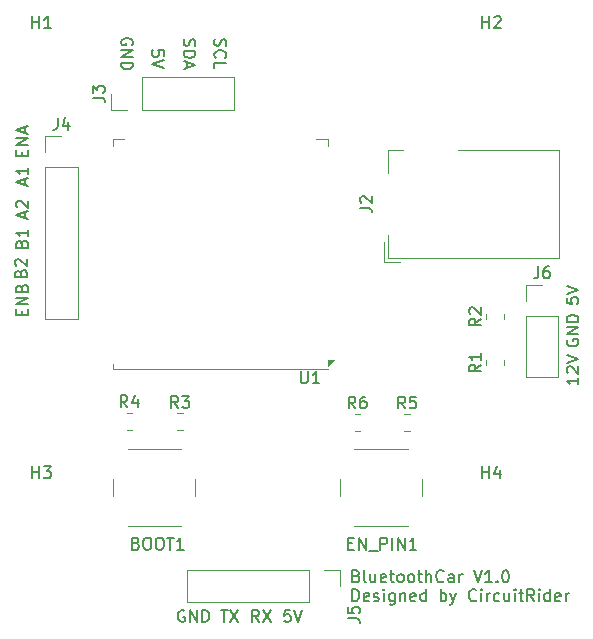
<source format=gto>
%TF.GenerationSoftware,KiCad,Pcbnew,9.0.6*%
%TF.CreationDate,2026-01-28T21:09:14+07:00*%
%TF.ProjectId,BluetoothCar,426c7565-746f-46f7-9468-4361722e6b69,rev?*%
%TF.SameCoordinates,Original*%
%TF.FileFunction,Legend,Top*%
%TF.FilePolarity,Positive*%
%FSLAX46Y46*%
G04 Gerber Fmt 4.6, Leading zero omitted, Abs format (unit mm)*
G04 Created by KiCad (PCBNEW 9.0.6) date 2026-01-28 21:09:14*
%MOMM*%
%LPD*%
G01*
G04 APERTURE LIST*
%ADD10C,0.150000*%
%ADD11C,0.120000*%
G04 APERTURE END LIST*
D10*
X136469819Y-140939411D02*
X136469819Y-141510839D01*
X136469819Y-141225125D02*
X135469819Y-141225125D01*
X135469819Y-141225125D02*
X135612676Y-141320363D01*
X135612676Y-141320363D02*
X135707914Y-141415601D01*
X135707914Y-141415601D02*
X135755533Y-141510839D01*
X135565057Y-140558458D02*
X135517438Y-140510839D01*
X135517438Y-140510839D02*
X135469819Y-140415601D01*
X135469819Y-140415601D02*
X135469819Y-140177506D01*
X135469819Y-140177506D02*
X135517438Y-140082268D01*
X135517438Y-140082268D02*
X135565057Y-140034649D01*
X135565057Y-140034649D02*
X135660295Y-139987030D01*
X135660295Y-139987030D02*
X135755533Y-139987030D01*
X135755533Y-139987030D02*
X135898390Y-140034649D01*
X135898390Y-140034649D02*
X136469819Y-140606077D01*
X136469819Y-140606077D02*
X136469819Y-139987030D01*
X135469819Y-139701315D02*
X136469819Y-139367982D01*
X136469819Y-139367982D02*
X135469819Y-139034649D01*
X103110588Y-160667438D02*
X103015350Y-160619819D01*
X103015350Y-160619819D02*
X102872493Y-160619819D01*
X102872493Y-160619819D02*
X102729636Y-160667438D01*
X102729636Y-160667438D02*
X102634398Y-160762676D01*
X102634398Y-160762676D02*
X102586779Y-160857914D01*
X102586779Y-160857914D02*
X102539160Y-161048390D01*
X102539160Y-161048390D02*
X102539160Y-161191247D01*
X102539160Y-161191247D02*
X102586779Y-161381723D01*
X102586779Y-161381723D02*
X102634398Y-161476961D01*
X102634398Y-161476961D02*
X102729636Y-161572200D01*
X102729636Y-161572200D02*
X102872493Y-161619819D01*
X102872493Y-161619819D02*
X102967731Y-161619819D01*
X102967731Y-161619819D02*
X103110588Y-161572200D01*
X103110588Y-161572200D02*
X103158207Y-161524580D01*
X103158207Y-161524580D02*
X103158207Y-161191247D01*
X103158207Y-161191247D02*
X102967731Y-161191247D01*
X103586779Y-161619819D02*
X103586779Y-160619819D01*
X103586779Y-160619819D02*
X104158207Y-161619819D01*
X104158207Y-161619819D02*
X104158207Y-160619819D01*
X104634398Y-161619819D02*
X104634398Y-160619819D01*
X104634398Y-160619819D02*
X104872493Y-160619819D01*
X104872493Y-160619819D02*
X105015350Y-160667438D01*
X105015350Y-160667438D02*
X105110588Y-160762676D01*
X105110588Y-160762676D02*
X105158207Y-160857914D01*
X105158207Y-160857914D02*
X105205826Y-161048390D01*
X105205826Y-161048390D02*
X105205826Y-161191247D01*
X105205826Y-161191247D02*
X105158207Y-161381723D01*
X105158207Y-161381723D02*
X105110588Y-161476961D01*
X105110588Y-161476961D02*
X105015350Y-161572200D01*
X105015350Y-161572200D02*
X104872493Y-161619819D01*
X104872493Y-161619819D02*
X104634398Y-161619819D01*
X135517438Y-137739411D02*
X135469819Y-137834649D01*
X135469819Y-137834649D02*
X135469819Y-137977506D01*
X135469819Y-137977506D02*
X135517438Y-138120363D01*
X135517438Y-138120363D02*
X135612676Y-138215601D01*
X135612676Y-138215601D02*
X135707914Y-138263220D01*
X135707914Y-138263220D02*
X135898390Y-138310839D01*
X135898390Y-138310839D02*
X136041247Y-138310839D01*
X136041247Y-138310839D02*
X136231723Y-138263220D01*
X136231723Y-138263220D02*
X136326961Y-138215601D01*
X136326961Y-138215601D02*
X136422200Y-138120363D01*
X136422200Y-138120363D02*
X136469819Y-137977506D01*
X136469819Y-137977506D02*
X136469819Y-137882268D01*
X136469819Y-137882268D02*
X136422200Y-137739411D01*
X136422200Y-137739411D02*
X136374580Y-137691792D01*
X136374580Y-137691792D02*
X136041247Y-137691792D01*
X136041247Y-137691792D02*
X136041247Y-137882268D01*
X136469819Y-137263220D02*
X135469819Y-137263220D01*
X135469819Y-137263220D02*
X136469819Y-136691792D01*
X136469819Y-136691792D02*
X135469819Y-136691792D01*
X136469819Y-136215601D02*
X135469819Y-136215601D01*
X135469819Y-136215601D02*
X135469819Y-135977506D01*
X135469819Y-135977506D02*
X135517438Y-135834649D01*
X135517438Y-135834649D02*
X135612676Y-135739411D01*
X135612676Y-135739411D02*
X135707914Y-135691792D01*
X135707914Y-135691792D02*
X135898390Y-135644173D01*
X135898390Y-135644173D02*
X136041247Y-135644173D01*
X136041247Y-135644173D02*
X136231723Y-135691792D01*
X136231723Y-135691792D02*
X136326961Y-135739411D01*
X136326961Y-135739411D02*
X136422200Y-135834649D01*
X136422200Y-135834649D02*
X136469819Y-135977506D01*
X136469819Y-135977506D02*
X136469819Y-136215601D01*
X106193922Y-160619819D02*
X106765350Y-160619819D01*
X106479636Y-161619819D02*
X106479636Y-160619819D01*
X107003446Y-160619819D02*
X107670112Y-161619819D01*
X107670112Y-160619819D02*
X107003446Y-161619819D01*
X117670112Y-157736065D02*
X117812969Y-157783684D01*
X117812969Y-157783684D02*
X117860588Y-157831303D01*
X117860588Y-157831303D02*
X117908207Y-157926541D01*
X117908207Y-157926541D02*
X117908207Y-158069398D01*
X117908207Y-158069398D02*
X117860588Y-158164636D01*
X117860588Y-158164636D02*
X117812969Y-158212256D01*
X117812969Y-158212256D02*
X117717731Y-158259875D01*
X117717731Y-158259875D02*
X117336779Y-158259875D01*
X117336779Y-158259875D02*
X117336779Y-157259875D01*
X117336779Y-157259875D02*
X117670112Y-157259875D01*
X117670112Y-157259875D02*
X117765350Y-157307494D01*
X117765350Y-157307494D02*
X117812969Y-157355113D01*
X117812969Y-157355113D02*
X117860588Y-157450351D01*
X117860588Y-157450351D02*
X117860588Y-157545589D01*
X117860588Y-157545589D02*
X117812969Y-157640827D01*
X117812969Y-157640827D02*
X117765350Y-157688446D01*
X117765350Y-157688446D02*
X117670112Y-157736065D01*
X117670112Y-157736065D02*
X117336779Y-157736065D01*
X118479636Y-158259875D02*
X118384398Y-158212256D01*
X118384398Y-158212256D02*
X118336779Y-158117017D01*
X118336779Y-158117017D02*
X118336779Y-157259875D01*
X119289160Y-157593208D02*
X119289160Y-158259875D01*
X118860589Y-157593208D02*
X118860589Y-158117017D01*
X118860589Y-158117017D02*
X118908208Y-158212256D01*
X118908208Y-158212256D02*
X119003446Y-158259875D01*
X119003446Y-158259875D02*
X119146303Y-158259875D01*
X119146303Y-158259875D02*
X119241541Y-158212256D01*
X119241541Y-158212256D02*
X119289160Y-158164636D01*
X120146303Y-158212256D02*
X120051065Y-158259875D01*
X120051065Y-158259875D02*
X119860589Y-158259875D01*
X119860589Y-158259875D02*
X119765351Y-158212256D01*
X119765351Y-158212256D02*
X119717732Y-158117017D01*
X119717732Y-158117017D02*
X119717732Y-157736065D01*
X119717732Y-157736065D02*
X119765351Y-157640827D01*
X119765351Y-157640827D02*
X119860589Y-157593208D01*
X119860589Y-157593208D02*
X120051065Y-157593208D01*
X120051065Y-157593208D02*
X120146303Y-157640827D01*
X120146303Y-157640827D02*
X120193922Y-157736065D01*
X120193922Y-157736065D02*
X120193922Y-157831303D01*
X120193922Y-157831303D02*
X119717732Y-157926541D01*
X120479637Y-157593208D02*
X120860589Y-157593208D01*
X120622494Y-157259875D02*
X120622494Y-158117017D01*
X120622494Y-158117017D02*
X120670113Y-158212256D01*
X120670113Y-158212256D02*
X120765351Y-158259875D01*
X120765351Y-158259875D02*
X120860589Y-158259875D01*
X121336780Y-158259875D02*
X121241542Y-158212256D01*
X121241542Y-158212256D02*
X121193923Y-158164636D01*
X121193923Y-158164636D02*
X121146304Y-158069398D01*
X121146304Y-158069398D02*
X121146304Y-157783684D01*
X121146304Y-157783684D02*
X121193923Y-157688446D01*
X121193923Y-157688446D02*
X121241542Y-157640827D01*
X121241542Y-157640827D02*
X121336780Y-157593208D01*
X121336780Y-157593208D02*
X121479637Y-157593208D01*
X121479637Y-157593208D02*
X121574875Y-157640827D01*
X121574875Y-157640827D02*
X121622494Y-157688446D01*
X121622494Y-157688446D02*
X121670113Y-157783684D01*
X121670113Y-157783684D02*
X121670113Y-158069398D01*
X121670113Y-158069398D02*
X121622494Y-158164636D01*
X121622494Y-158164636D02*
X121574875Y-158212256D01*
X121574875Y-158212256D02*
X121479637Y-158259875D01*
X121479637Y-158259875D02*
X121336780Y-158259875D01*
X122241542Y-158259875D02*
X122146304Y-158212256D01*
X122146304Y-158212256D02*
X122098685Y-158164636D01*
X122098685Y-158164636D02*
X122051066Y-158069398D01*
X122051066Y-158069398D02*
X122051066Y-157783684D01*
X122051066Y-157783684D02*
X122098685Y-157688446D01*
X122098685Y-157688446D02*
X122146304Y-157640827D01*
X122146304Y-157640827D02*
X122241542Y-157593208D01*
X122241542Y-157593208D02*
X122384399Y-157593208D01*
X122384399Y-157593208D02*
X122479637Y-157640827D01*
X122479637Y-157640827D02*
X122527256Y-157688446D01*
X122527256Y-157688446D02*
X122574875Y-157783684D01*
X122574875Y-157783684D02*
X122574875Y-158069398D01*
X122574875Y-158069398D02*
X122527256Y-158164636D01*
X122527256Y-158164636D02*
X122479637Y-158212256D01*
X122479637Y-158212256D02*
X122384399Y-158259875D01*
X122384399Y-158259875D02*
X122241542Y-158259875D01*
X122860590Y-157593208D02*
X123241542Y-157593208D01*
X123003447Y-157259875D02*
X123003447Y-158117017D01*
X123003447Y-158117017D02*
X123051066Y-158212256D01*
X123051066Y-158212256D02*
X123146304Y-158259875D01*
X123146304Y-158259875D02*
X123241542Y-158259875D01*
X123574876Y-158259875D02*
X123574876Y-157259875D01*
X124003447Y-158259875D02*
X124003447Y-157736065D01*
X124003447Y-157736065D02*
X123955828Y-157640827D01*
X123955828Y-157640827D02*
X123860590Y-157593208D01*
X123860590Y-157593208D02*
X123717733Y-157593208D01*
X123717733Y-157593208D02*
X123622495Y-157640827D01*
X123622495Y-157640827D02*
X123574876Y-157688446D01*
X125051066Y-158164636D02*
X125003447Y-158212256D01*
X125003447Y-158212256D02*
X124860590Y-158259875D01*
X124860590Y-158259875D02*
X124765352Y-158259875D01*
X124765352Y-158259875D02*
X124622495Y-158212256D01*
X124622495Y-158212256D02*
X124527257Y-158117017D01*
X124527257Y-158117017D02*
X124479638Y-158021779D01*
X124479638Y-158021779D02*
X124432019Y-157831303D01*
X124432019Y-157831303D02*
X124432019Y-157688446D01*
X124432019Y-157688446D02*
X124479638Y-157497970D01*
X124479638Y-157497970D02*
X124527257Y-157402732D01*
X124527257Y-157402732D02*
X124622495Y-157307494D01*
X124622495Y-157307494D02*
X124765352Y-157259875D01*
X124765352Y-157259875D02*
X124860590Y-157259875D01*
X124860590Y-157259875D02*
X125003447Y-157307494D01*
X125003447Y-157307494D02*
X125051066Y-157355113D01*
X125908209Y-158259875D02*
X125908209Y-157736065D01*
X125908209Y-157736065D02*
X125860590Y-157640827D01*
X125860590Y-157640827D02*
X125765352Y-157593208D01*
X125765352Y-157593208D02*
X125574876Y-157593208D01*
X125574876Y-157593208D02*
X125479638Y-157640827D01*
X125908209Y-158212256D02*
X125812971Y-158259875D01*
X125812971Y-158259875D02*
X125574876Y-158259875D01*
X125574876Y-158259875D02*
X125479638Y-158212256D01*
X125479638Y-158212256D02*
X125432019Y-158117017D01*
X125432019Y-158117017D02*
X125432019Y-158021779D01*
X125432019Y-158021779D02*
X125479638Y-157926541D01*
X125479638Y-157926541D02*
X125574876Y-157878922D01*
X125574876Y-157878922D02*
X125812971Y-157878922D01*
X125812971Y-157878922D02*
X125908209Y-157831303D01*
X126384400Y-158259875D02*
X126384400Y-157593208D01*
X126384400Y-157783684D02*
X126432019Y-157688446D01*
X126432019Y-157688446D02*
X126479638Y-157640827D01*
X126479638Y-157640827D02*
X126574876Y-157593208D01*
X126574876Y-157593208D02*
X126670114Y-157593208D01*
X127622496Y-157259875D02*
X127955829Y-158259875D01*
X127955829Y-158259875D02*
X128289162Y-157259875D01*
X129146305Y-158259875D02*
X128574877Y-158259875D01*
X128860591Y-158259875D02*
X128860591Y-157259875D01*
X128860591Y-157259875D02*
X128765353Y-157402732D01*
X128765353Y-157402732D02*
X128670115Y-157497970D01*
X128670115Y-157497970D02*
X128574877Y-157545589D01*
X129574877Y-158164636D02*
X129622496Y-158212256D01*
X129622496Y-158212256D02*
X129574877Y-158259875D01*
X129574877Y-158259875D02*
X129527258Y-158212256D01*
X129527258Y-158212256D02*
X129574877Y-158164636D01*
X129574877Y-158164636D02*
X129574877Y-158259875D01*
X130241543Y-157259875D02*
X130336781Y-157259875D01*
X130336781Y-157259875D02*
X130432019Y-157307494D01*
X130432019Y-157307494D02*
X130479638Y-157355113D01*
X130479638Y-157355113D02*
X130527257Y-157450351D01*
X130527257Y-157450351D02*
X130574876Y-157640827D01*
X130574876Y-157640827D02*
X130574876Y-157878922D01*
X130574876Y-157878922D02*
X130527257Y-158069398D01*
X130527257Y-158069398D02*
X130479638Y-158164636D01*
X130479638Y-158164636D02*
X130432019Y-158212256D01*
X130432019Y-158212256D02*
X130336781Y-158259875D01*
X130336781Y-158259875D02*
X130241543Y-158259875D01*
X130241543Y-158259875D02*
X130146305Y-158212256D01*
X130146305Y-158212256D02*
X130098686Y-158164636D01*
X130098686Y-158164636D02*
X130051067Y-158069398D01*
X130051067Y-158069398D02*
X130003448Y-157878922D01*
X130003448Y-157878922D02*
X130003448Y-157640827D01*
X130003448Y-157640827D02*
X130051067Y-157450351D01*
X130051067Y-157450351D02*
X130098686Y-157355113D01*
X130098686Y-157355113D02*
X130146305Y-157307494D01*
X130146305Y-157307494D02*
X130241543Y-157259875D01*
X117336779Y-159869819D02*
X117336779Y-158869819D01*
X117336779Y-158869819D02*
X117574874Y-158869819D01*
X117574874Y-158869819D02*
X117717731Y-158917438D01*
X117717731Y-158917438D02*
X117812969Y-159012676D01*
X117812969Y-159012676D02*
X117860588Y-159107914D01*
X117860588Y-159107914D02*
X117908207Y-159298390D01*
X117908207Y-159298390D02*
X117908207Y-159441247D01*
X117908207Y-159441247D02*
X117860588Y-159631723D01*
X117860588Y-159631723D02*
X117812969Y-159726961D01*
X117812969Y-159726961D02*
X117717731Y-159822200D01*
X117717731Y-159822200D02*
X117574874Y-159869819D01*
X117574874Y-159869819D02*
X117336779Y-159869819D01*
X118717731Y-159822200D02*
X118622493Y-159869819D01*
X118622493Y-159869819D02*
X118432017Y-159869819D01*
X118432017Y-159869819D02*
X118336779Y-159822200D01*
X118336779Y-159822200D02*
X118289160Y-159726961D01*
X118289160Y-159726961D02*
X118289160Y-159346009D01*
X118289160Y-159346009D02*
X118336779Y-159250771D01*
X118336779Y-159250771D02*
X118432017Y-159203152D01*
X118432017Y-159203152D02*
X118622493Y-159203152D01*
X118622493Y-159203152D02*
X118717731Y-159250771D01*
X118717731Y-159250771D02*
X118765350Y-159346009D01*
X118765350Y-159346009D02*
X118765350Y-159441247D01*
X118765350Y-159441247D02*
X118289160Y-159536485D01*
X119146303Y-159822200D02*
X119241541Y-159869819D01*
X119241541Y-159869819D02*
X119432017Y-159869819D01*
X119432017Y-159869819D02*
X119527255Y-159822200D01*
X119527255Y-159822200D02*
X119574874Y-159726961D01*
X119574874Y-159726961D02*
X119574874Y-159679342D01*
X119574874Y-159679342D02*
X119527255Y-159584104D01*
X119527255Y-159584104D02*
X119432017Y-159536485D01*
X119432017Y-159536485D02*
X119289160Y-159536485D01*
X119289160Y-159536485D02*
X119193922Y-159488866D01*
X119193922Y-159488866D02*
X119146303Y-159393628D01*
X119146303Y-159393628D02*
X119146303Y-159346009D01*
X119146303Y-159346009D02*
X119193922Y-159250771D01*
X119193922Y-159250771D02*
X119289160Y-159203152D01*
X119289160Y-159203152D02*
X119432017Y-159203152D01*
X119432017Y-159203152D02*
X119527255Y-159250771D01*
X120003446Y-159869819D02*
X120003446Y-159203152D01*
X120003446Y-158869819D02*
X119955827Y-158917438D01*
X119955827Y-158917438D02*
X120003446Y-158965057D01*
X120003446Y-158965057D02*
X120051065Y-158917438D01*
X120051065Y-158917438D02*
X120003446Y-158869819D01*
X120003446Y-158869819D02*
X120003446Y-158965057D01*
X120908207Y-159203152D02*
X120908207Y-160012676D01*
X120908207Y-160012676D02*
X120860588Y-160107914D01*
X120860588Y-160107914D02*
X120812969Y-160155533D01*
X120812969Y-160155533D02*
X120717731Y-160203152D01*
X120717731Y-160203152D02*
X120574874Y-160203152D01*
X120574874Y-160203152D02*
X120479636Y-160155533D01*
X120908207Y-159822200D02*
X120812969Y-159869819D01*
X120812969Y-159869819D02*
X120622493Y-159869819D01*
X120622493Y-159869819D02*
X120527255Y-159822200D01*
X120527255Y-159822200D02*
X120479636Y-159774580D01*
X120479636Y-159774580D02*
X120432017Y-159679342D01*
X120432017Y-159679342D02*
X120432017Y-159393628D01*
X120432017Y-159393628D02*
X120479636Y-159298390D01*
X120479636Y-159298390D02*
X120527255Y-159250771D01*
X120527255Y-159250771D02*
X120622493Y-159203152D01*
X120622493Y-159203152D02*
X120812969Y-159203152D01*
X120812969Y-159203152D02*
X120908207Y-159250771D01*
X121384398Y-159203152D02*
X121384398Y-159869819D01*
X121384398Y-159298390D02*
X121432017Y-159250771D01*
X121432017Y-159250771D02*
X121527255Y-159203152D01*
X121527255Y-159203152D02*
X121670112Y-159203152D01*
X121670112Y-159203152D02*
X121765350Y-159250771D01*
X121765350Y-159250771D02*
X121812969Y-159346009D01*
X121812969Y-159346009D02*
X121812969Y-159869819D01*
X122670112Y-159822200D02*
X122574874Y-159869819D01*
X122574874Y-159869819D02*
X122384398Y-159869819D01*
X122384398Y-159869819D02*
X122289160Y-159822200D01*
X122289160Y-159822200D02*
X122241541Y-159726961D01*
X122241541Y-159726961D02*
X122241541Y-159346009D01*
X122241541Y-159346009D02*
X122289160Y-159250771D01*
X122289160Y-159250771D02*
X122384398Y-159203152D01*
X122384398Y-159203152D02*
X122574874Y-159203152D01*
X122574874Y-159203152D02*
X122670112Y-159250771D01*
X122670112Y-159250771D02*
X122717731Y-159346009D01*
X122717731Y-159346009D02*
X122717731Y-159441247D01*
X122717731Y-159441247D02*
X122241541Y-159536485D01*
X123574874Y-159869819D02*
X123574874Y-158869819D01*
X123574874Y-159822200D02*
X123479636Y-159869819D01*
X123479636Y-159869819D02*
X123289160Y-159869819D01*
X123289160Y-159869819D02*
X123193922Y-159822200D01*
X123193922Y-159822200D02*
X123146303Y-159774580D01*
X123146303Y-159774580D02*
X123098684Y-159679342D01*
X123098684Y-159679342D02*
X123098684Y-159393628D01*
X123098684Y-159393628D02*
X123146303Y-159298390D01*
X123146303Y-159298390D02*
X123193922Y-159250771D01*
X123193922Y-159250771D02*
X123289160Y-159203152D01*
X123289160Y-159203152D02*
X123479636Y-159203152D01*
X123479636Y-159203152D02*
X123574874Y-159250771D01*
X124812970Y-159869819D02*
X124812970Y-158869819D01*
X124812970Y-159250771D02*
X124908208Y-159203152D01*
X124908208Y-159203152D02*
X125098684Y-159203152D01*
X125098684Y-159203152D02*
X125193922Y-159250771D01*
X125193922Y-159250771D02*
X125241541Y-159298390D01*
X125241541Y-159298390D02*
X125289160Y-159393628D01*
X125289160Y-159393628D02*
X125289160Y-159679342D01*
X125289160Y-159679342D02*
X125241541Y-159774580D01*
X125241541Y-159774580D02*
X125193922Y-159822200D01*
X125193922Y-159822200D02*
X125098684Y-159869819D01*
X125098684Y-159869819D02*
X124908208Y-159869819D01*
X124908208Y-159869819D02*
X124812970Y-159822200D01*
X125622494Y-159203152D02*
X125860589Y-159869819D01*
X126098684Y-159203152D02*
X125860589Y-159869819D01*
X125860589Y-159869819D02*
X125765351Y-160107914D01*
X125765351Y-160107914D02*
X125717732Y-160155533D01*
X125717732Y-160155533D02*
X125622494Y-160203152D01*
X127812970Y-159774580D02*
X127765351Y-159822200D01*
X127765351Y-159822200D02*
X127622494Y-159869819D01*
X127622494Y-159869819D02*
X127527256Y-159869819D01*
X127527256Y-159869819D02*
X127384399Y-159822200D01*
X127384399Y-159822200D02*
X127289161Y-159726961D01*
X127289161Y-159726961D02*
X127241542Y-159631723D01*
X127241542Y-159631723D02*
X127193923Y-159441247D01*
X127193923Y-159441247D02*
X127193923Y-159298390D01*
X127193923Y-159298390D02*
X127241542Y-159107914D01*
X127241542Y-159107914D02*
X127289161Y-159012676D01*
X127289161Y-159012676D02*
X127384399Y-158917438D01*
X127384399Y-158917438D02*
X127527256Y-158869819D01*
X127527256Y-158869819D02*
X127622494Y-158869819D01*
X127622494Y-158869819D02*
X127765351Y-158917438D01*
X127765351Y-158917438D02*
X127812970Y-158965057D01*
X128241542Y-159869819D02*
X128241542Y-159203152D01*
X128241542Y-158869819D02*
X128193923Y-158917438D01*
X128193923Y-158917438D02*
X128241542Y-158965057D01*
X128241542Y-158965057D02*
X128289161Y-158917438D01*
X128289161Y-158917438D02*
X128241542Y-158869819D01*
X128241542Y-158869819D02*
X128241542Y-158965057D01*
X128717732Y-159869819D02*
X128717732Y-159203152D01*
X128717732Y-159393628D02*
X128765351Y-159298390D01*
X128765351Y-159298390D02*
X128812970Y-159250771D01*
X128812970Y-159250771D02*
X128908208Y-159203152D01*
X128908208Y-159203152D02*
X129003446Y-159203152D01*
X129765351Y-159822200D02*
X129670113Y-159869819D01*
X129670113Y-159869819D02*
X129479637Y-159869819D01*
X129479637Y-159869819D02*
X129384399Y-159822200D01*
X129384399Y-159822200D02*
X129336780Y-159774580D01*
X129336780Y-159774580D02*
X129289161Y-159679342D01*
X129289161Y-159679342D02*
X129289161Y-159393628D01*
X129289161Y-159393628D02*
X129336780Y-159298390D01*
X129336780Y-159298390D02*
X129384399Y-159250771D01*
X129384399Y-159250771D02*
X129479637Y-159203152D01*
X129479637Y-159203152D02*
X129670113Y-159203152D01*
X129670113Y-159203152D02*
X129765351Y-159250771D01*
X130622494Y-159203152D02*
X130622494Y-159869819D01*
X130193923Y-159203152D02*
X130193923Y-159726961D01*
X130193923Y-159726961D02*
X130241542Y-159822200D01*
X130241542Y-159822200D02*
X130336780Y-159869819D01*
X130336780Y-159869819D02*
X130479637Y-159869819D01*
X130479637Y-159869819D02*
X130574875Y-159822200D01*
X130574875Y-159822200D02*
X130622494Y-159774580D01*
X131098685Y-159869819D02*
X131098685Y-159203152D01*
X131098685Y-158869819D02*
X131051066Y-158917438D01*
X131051066Y-158917438D02*
X131098685Y-158965057D01*
X131098685Y-158965057D02*
X131146304Y-158917438D01*
X131146304Y-158917438D02*
X131098685Y-158869819D01*
X131098685Y-158869819D02*
X131098685Y-158965057D01*
X131432018Y-159203152D02*
X131812970Y-159203152D01*
X131574875Y-158869819D02*
X131574875Y-159726961D01*
X131574875Y-159726961D02*
X131622494Y-159822200D01*
X131622494Y-159822200D02*
X131717732Y-159869819D01*
X131717732Y-159869819D02*
X131812970Y-159869819D01*
X132717732Y-159869819D02*
X132384399Y-159393628D01*
X132146304Y-159869819D02*
X132146304Y-158869819D01*
X132146304Y-158869819D02*
X132527256Y-158869819D01*
X132527256Y-158869819D02*
X132622494Y-158917438D01*
X132622494Y-158917438D02*
X132670113Y-158965057D01*
X132670113Y-158965057D02*
X132717732Y-159060295D01*
X132717732Y-159060295D02*
X132717732Y-159203152D01*
X132717732Y-159203152D02*
X132670113Y-159298390D01*
X132670113Y-159298390D02*
X132622494Y-159346009D01*
X132622494Y-159346009D02*
X132527256Y-159393628D01*
X132527256Y-159393628D02*
X132146304Y-159393628D01*
X133146304Y-159869819D02*
X133146304Y-159203152D01*
X133146304Y-158869819D02*
X133098685Y-158917438D01*
X133098685Y-158917438D02*
X133146304Y-158965057D01*
X133146304Y-158965057D02*
X133193923Y-158917438D01*
X133193923Y-158917438D02*
X133146304Y-158869819D01*
X133146304Y-158869819D02*
X133146304Y-158965057D01*
X134051065Y-159869819D02*
X134051065Y-158869819D01*
X134051065Y-159822200D02*
X133955827Y-159869819D01*
X133955827Y-159869819D02*
X133765351Y-159869819D01*
X133765351Y-159869819D02*
X133670113Y-159822200D01*
X133670113Y-159822200D02*
X133622494Y-159774580D01*
X133622494Y-159774580D02*
X133574875Y-159679342D01*
X133574875Y-159679342D02*
X133574875Y-159393628D01*
X133574875Y-159393628D02*
X133622494Y-159298390D01*
X133622494Y-159298390D02*
X133670113Y-159250771D01*
X133670113Y-159250771D02*
X133765351Y-159203152D01*
X133765351Y-159203152D02*
X133955827Y-159203152D01*
X133955827Y-159203152D02*
X134051065Y-159250771D01*
X134908208Y-159822200D02*
X134812970Y-159869819D01*
X134812970Y-159869819D02*
X134622494Y-159869819D01*
X134622494Y-159869819D02*
X134527256Y-159822200D01*
X134527256Y-159822200D02*
X134479637Y-159726961D01*
X134479637Y-159726961D02*
X134479637Y-159346009D01*
X134479637Y-159346009D02*
X134527256Y-159250771D01*
X134527256Y-159250771D02*
X134622494Y-159203152D01*
X134622494Y-159203152D02*
X134812970Y-159203152D01*
X134812970Y-159203152D02*
X134908208Y-159250771D01*
X134908208Y-159250771D02*
X134955827Y-159346009D01*
X134955827Y-159346009D02*
X134955827Y-159441247D01*
X134955827Y-159441247D02*
X134479637Y-159536485D01*
X135384399Y-159869819D02*
X135384399Y-159203152D01*
X135384399Y-159393628D02*
X135432018Y-159298390D01*
X135432018Y-159298390D02*
X135479637Y-159250771D01*
X135479637Y-159250771D02*
X135574875Y-159203152D01*
X135574875Y-159203152D02*
X135670113Y-159203152D01*
X89346009Y-122143220D02*
X89346009Y-121809887D01*
X89869819Y-121667030D02*
X89869819Y-122143220D01*
X89869819Y-122143220D02*
X88869819Y-122143220D01*
X88869819Y-122143220D02*
X88869819Y-121667030D01*
X89869819Y-121238458D02*
X88869819Y-121238458D01*
X88869819Y-121238458D02*
X89869819Y-120667030D01*
X89869819Y-120667030D02*
X88869819Y-120667030D01*
X89584104Y-120238458D02*
X89584104Y-119762268D01*
X89869819Y-120333696D02*
X88869819Y-120000363D01*
X88869819Y-120000363D02*
X89869819Y-119667030D01*
X135469819Y-134187030D02*
X135469819Y-134663220D01*
X135469819Y-134663220D02*
X135946009Y-134710839D01*
X135946009Y-134710839D02*
X135898390Y-134663220D01*
X135898390Y-134663220D02*
X135850771Y-134567982D01*
X135850771Y-134567982D02*
X135850771Y-134329887D01*
X135850771Y-134329887D02*
X135898390Y-134234649D01*
X135898390Y-134234649D02*
X135946009Y-134187030D01*
X135946009Y-134187030D02*
X136041247Y-134139411D01*
X136041247Y-134139411D02*
X136279342Y-134139411D01*
X136279342Y-134139411D02*
X136374580Y-134187030D01*
X136374580Y-134187030D02*
X136422200Y-134234649D01*
X136422200Y-134234649D02*
X136469819Y-134329887D01*
X136469819Y-134329887D02*
X136469819Y-134567982D01*
X136469819Y-134567982D02*
X136422200Y-134663220D01*
X136422200Y-134663220D02*
X136374580Y-134710839D01*
X135469819Y-133853696D02*
X136469819Y-133520363D01*
X136469819Y-133520363D02*
X135469819Y-133187030D01*
X89246009Y-132109887D02*
X89293628Y-131967030D01*
X89293628Y-131967030D02*
X89341247Y-131919411D01*
X89341247Y-131919411D02*
X89436485Y-131871792D01*
X89436485Y-131871792D02*
X89579342Y-131871792D01*
X89579342Y-131871792D02*
X89674580Y-131919411D01*
X89674580Y-131919411D02*
X89722200Y-131967030D01*
X89722200Y-131967030D02*
X89769819Y-132062268D01*
X89769819Y-132062268D02*
X89769819Y-132443220D01*
X89769819Y-132443220D02*
X88769819Y-132443220D01*
X88769819Y-132443220D02*
X88769819Y-132109887D01*
X88769819Y-132109887D02*
X88817438Y-132014649D01*
X88817438Y-132014649D02*
X88865057Y-131967030D01*
X88865057Y-131967030D02*
X88960295Y-131919411D01*
X88960295Y-131919411D02*
X89055533Y-131919411D01*
X89055533Y-131919411D02*
X89150771Y-131967030D01*
X89150771Y-131967030D02*
X89198390Y-132014649D01*
X89198390Y-132014649D02*
X89246009Y-132109887D01*
X89246009Y-132109887D02*
X89246009Y-132443220D01*
X88865057Y-131490839D02*
X88817438Y-131443220D01*
X88817438Y-131443220D02*
X88769819Y-131347982D01*
X88769819Y-131347982D02*
X88769819Y-131109887D01*
X88769819Y-131109887D02*
X88817438Y-131014649D01*
X88817438Y-131014649D02*
X88865057Y-130967030D01*
X88865057Y-130967030D02*
X88960295Y-130919411D01*
X88960295Y-130919411D02*
X89055533Y-130919411D01*
X89055533Y-130919411D02*
X89198390Y-130967030D01*
X89198390Y-130967030D02*
X89769819Y-131538458D01*
X89769819Y-131538458D02*
X89769819Y-130919411D01*
X101350180Y-113712969D02*
X101350180Y-113236779D01*
X101350180Y-113236779D02*
X100873990Y-113189160D01*
X100873990Y-113189160D02*
X100921609Y-113236779D01*
X100921609Y-113236779D02*
X100969228Y-113332017D01*
X100969228Y-113332017D02*
X100969228Y-113570112D01*
X100969228Y-113570112D02*
X100921609Y-113665350D01*
X100921609Y-113665350D02*
X100873990Y-113712969D01*
X100873990Y-113712969D02*
X100778752Y-113760588D01*
X100778752Y-113760588D02*
X100540657Y-113760588D01*
X100540657Y-113760588D02*
X100445419Y-113712969D01*
X100445419Y-113712969D02*
X100397800Y-113665350D01*
X100397800Y-113665350D02*
X100350180Y-113570112D01*
X100350180Y-113570112D02*
X100350180Y-113332017D01*
X100350180Y-113332017D02*
X100397800Y-113236779D01*
X100397800Y-113236779D02*
X100445419Y-113189160D01*
X101350180Y-114046303D02*
X100350180Y-114379636D01*
X100350180Y-114379636D02*
X101350180Y-114712969D01*
X89346009Y-129609887D02*
X89393628Y-129467030D01*
X89393628Y-129467030D02*
X89441247Y-129419411D01*
X89441247Y-129419411D02*
X89536485Y-129371792D01*
X89536485Y-129371792D02*
X89679342Y-129371792D01*
X89679342Y-129371792D02*
X89774580Y-129419411D01*
X89774580Y-129419411D02*
X89822200Y-129467030D01*
X89822200Y-129467030D02*
X89869819Y-129562268D01*
X89869819Y-129562268D02*
X89869819Y-129943220D01*
X89869819Y-129943220D02*
X88869819Y-129943220D01*
X88869819Y-129943220D02*
X88869819Y-129609887D01*
X88869819Y-129609887D02*
X88917438Y-129514649D01*
X88917438Y-129514649D02*
X88965057Y-129467030D01*
X88965057Y-129467030D02*
X89060295Y-129419411D01*
X89060295Y-129419411D02*
X89155533Y-129419411D01*
X89155533Y-129419411D02*
X89250771Y-129467030D01*
X89250771Y-129467030D02*
X89298390Y-129514649D01*
X89298390Y-129514649D02*
X89346009Y-129609887D01*
X89346009Y-129609887D02*
X89346009Y-129943220D01*
X89869819Y-128419411D02*
X89869819Y-128990839D01*
X89869819Y-128705125D02*
X88869819Y-128705125D01*
X88869819Y-128705125D02*
X89012676Y-128800363D01*
X89012676Y-128800363D02*
X89107914Y-128895601D01*
X89107914Y-128895601D02*
X89155533Y-128990839D01*
X89584104Y-127390839D02*
X89584104Y-126914649D01*
X89869819Y-127486077D02*
X88869819Y-127152744D01*
X88869819Y-127152744D02*
X89869819Y-126819411D01*
X88965057Y-126533696D02*
X88917438Y-126486077D01*
X88917438Y-126486077D02*
X88869819Y-126390839D01*
X88869819Y-126390839D02*
X88869819Y-126152744D01*
X88869819Y-126152744D02*
X88917438Y-126057506D01*
X88917438Y-126057506D02*
X88965057Y-126009887D01*
X88965057Y-126009887D02*
X89060295Y-125962268D01*
X89060295Y-125962268D02*
X89155533Y-125962268D01*
X89155533Y-125962268D02*
X89298390Y-126009887D01*
X89298390Y-126009887D02*
X89869819Y-126581315D01*
X89869819Y-126581315D02*
X89869819Y-125962268D01*
X89584104Y-124590839D02*
X89584104Y-124114649D01*
X89869819Y-124686077D02*
X88869819Y-124352744D01*
X88869819Y-124352744D02*
X89869819Y-124019411D01*
X89869819Y-123162268D02*
X89869819Y-123733696D01*
X89869819Y-123447982D02*
X88869819Y-123447982D01*
X88869819Y-123447982D02*
X89012676Y-123543220D01*
X89012676Y-123543220D02*
X89107914Y-123638458D01*
X89107914Y-123638458D02*
X89155533Y-123733696D01*
X98702561Y-112760588D02*
X98750180Y-112665350D01*
X98750180Y-112665350D02*
X98750180Y-112522493D01*
X98750180Y-112522493D02*
X98702561Y-112379636D01*
X98702561Y-112379636D02*
X98607323Y-112284398D01*
X98607323Y-112284398D02*
X98512085Y-112236779D01*
X98512085Y-112236779D02*
X98321609Y-112189160D01*
X98321609Y-112189160D02*
X98178752Y-112189160D01*
X98178752Y-112189160D02*
X97988276Y-112236779D01*
X97988276Y-112236779D02*
X97893038Y-112284398D01*
X97893038Y-112284398D02*
X97797800Y-112379636D01*
X97797800Y-112379636D02*
X97750180Y-112522493D01*
X97750180Y-112522493D02*
X97750180Y-112617731D01*
X97750180Y-112617731D02*
X97797800Y-112760588D01*
X97797800Y-112760588D02*
X97845419Y-112808207D01*
X97845419Y-112808207D02*
X98178752Y-112808207D01*
X98178752Y-112808207D02*
X98178752Y-112617731D01*
X97750180Y-113236779D02*
X98750180Y-113236779D01*
X98750180Y-113236779D02*
X97750180Y-113808207D01*
X97750180Y-113808207D02*
X98750180Y-113808207D01*
X97750180Y-114284398D02*
X98750180Y-114284398D01*
X98750180Y-114284398D02*
X98750180Y-114522493D01*
X98750180Y-114522493D02*
X98702561Y-114665350D01*
X98702561Y-114665350D02*
X98607323Y-114760588D01*
X98607323Y-114760588D02*
X98512085Y-114808207D01*
X98512085Y-114808207D02*
X98321609Y-114855826D01*
X98321609Y-114855826D02*
X98178752Y-114855826D01*
X98178752Y-114855826D02*
X97988276Y-114808207D01*
X97988276Y-114808207D02*
X97893038Y-114760588D01*
X97893038Y-114760588D02*
X97797800Y-114665350D01*
X97797800Y-114665350D02*
X97750180Y-114522493D01*
X97750180Y-114522493D02*
X97750180Y-114284398D01*
X109408207Y-161619819D02*
X109074874Y-161143628D01*
X108836779Y-161619819D02*
X108836779Y-160619819D01*
X108836779Y-160619819D02*
X109217731Y-160619819D01*
X109217731Y-160619819D02*
X109312969Y-160667438D01*
X109312969Y-160667438D02*
X109360588Y-160715057D01*
X109360588Y-160715057D02*
X109408207Y-160810295D01*
X109408207Y-160810295D02*
X109408207Y-160953152D01*
X109408207Y-160953152D02*
X109360588Y-161048390D01*
X109360588Y-161048390D02*
X109312969Y-161096009D01*
X109312969Y-161096009D02*
X109217731Y-161143628D01*
X109217731Y-161143628D02*
X108836779Y-161143628D01*
X109741541Y-160619819D02*
X110408207Y-161619819D01*
X110408207Y-160619819D02*
X109741541Y-161619819D01*
X103097800Y-112289160D02*
X103050180Y-112432017D01*
X103050180Y-112432017D02*
X103050180Y-112670112D01*
X103050180Y-112670112D02*
X103097800Y-112765350D01*
X103097800Y-112765350D02*
X103145419Y-112812969D01*
X103145419Y-112812969D02*
X103240657Y-112860588D01*
X103240657Y-112860588D02*
X103335895Y-112860588D01*
X103335895Y-112860588D02*
X103431133Y-112812969D01*
X103431133Y-112812969D02*
X103478752Y-112765350D01*
X103478752Y-112765350D02*
X103526371Y-112670112D01*
X103526371Y-112670112D02*
X103573990Y-112479636D01*
X103573990Y-112479636D02*
X103621609Y-112384398D01*
X103621609Y-112384398D02*
X103669228Y-112336779D01*
X103669228Y-112336779D02*
X103764466Y-112289160D01*
X103764466Y-112289160D02*
X103859704Y-112289160D01*
X103859704Y-112289160D02*
X103954942Y-112336779D01*
X103954942Y-112336779D02*
X104002561Y-112384398D01*
X104002561Y-112384398D02*
X104050180Y-112479636D01*
X104050180Y-112479636D02*
X104050180Y-112717731D01*
X104050180Y-112717731D02*
X104002561Y-112860588D01*
X103050180Y-113289160D02*
X104050180Y-113289160D01*
X104050180Y-113289160D02*
X104050180Y-113527255D01*
X104050180Y-113527255D02*
X104002561Y-113670112D01*
X104002561Y-113670112D02*
X103907323Y-113765350D01*
X103907323Y-113765350D02*
X103812085Y-113812969D01*
X103812085Y-113812969D02*
X103621609Y-113860588D01*
X103621609Y-113860588D02*
X103478752Y-113860588D01*
X103478752Y-113860588D02*
X103288276Y-113812969D01*
X103288276Y-113812969D02*
X103193038Y-113765350D01*
X103193038Y-113765350D02*
X103097800Y-113670112D01*
X103097800Y-113670112D02*
X103050180Y-113527255D01*
X103050180Y-113527255D02*
X103050180Y-113289160D01*
X103335895Y-114241541D02*
X103335895Y-114717731D01*
X103050180Y-114146303D02*
X104050180Y-114479636D01*
X104050180Y-114479636D02*
X103050180Y-114812969D01*
X105697800Y-112289160D02*
X105650180Y-112432017D01*
X105650180Y-112432017D02*
X105650180Y-112670112D01*
X105650180Y-112670112D02*
X105697800Y-112765350D01*
X105697800Y-112765350D02*
X105745419Y-112812969D01*
X105745419Y-112812969D02*
X105840657Y-112860588D01*
X105840657Y-112860588D02*
X105935895Y-112860588D01*
X105935895Y-112860588D02*
X106031133Y-112812969D01*
X106031133Y-112812969D02*
X106078752Y-112765350D01*
X106078752Y-112765350D02*
X106126371Y-112670112D01*
X106126371Y-112670112D02*
X106173990Y-112479636D01*
X106173990Y-112479636D02*
X106221609Y-112384398D01*
X106221609Y-112384398D02*
X106269228Y-112336779D01*
X106269228Y-112336779D02*
X106364466Y-112289160D01*
X106364466Y-112289160D02*
X106459704Y-112289160D01*
X106459704Y-112289160D02*
X106554942Y-112336779D01*
X106554942Y-112336779D02*
X106602561Y-112384398D01*
X106602561Y-112384398D02*
X106650180Y-112479636D01*
X106650180Y-112479636D02*
X106650180Y-112717731D01*
X106650180Y-112717731D02*
X106602561Y-112860588D01*
X105745419Y-113860588D02*
X105697800Y-113812969D01*
X105697800Y-113812969D02*
X105650180Y-113670112D01*
X105650180Y-113670112D02*
X105650180Y-113574874D01*
X105650180Y-113574874D02*
X105697800Y-113432017D01*
X105697800Y-113432017D02*
X105793038Y-113336779D01*
X105793038Y-113336779D02*
X105888276Y-113289160D01*
X105888276Y-113289160D02*
X106078752Y-113241541D01*
X106078752Y-113241541D02*
X106221609Y-113241541D01*
X106221609Y-113241541D02*
X106412085Y-113289160D01*
X106412085Y-113289160D02*
X106507323Y-113336779D01*
X106507323Y-113336779D02*
X106602561Y-113432017D01*
X106602561Y-113432017D02*
X106650180Y-113574874D01*
X106650180Y-113574874D02*
X106650180Y-113670112D01*
X106650180Y-113670112D02*
X106602561Y-113812969D01*
X106602561Y-113812969D02*
X106554942Y-113860588D01*
X105650180Y-114765350D02*
X105650180Y-114289160D01*
X105650180Y-114289160D02*
X106650180Y-114289160D01*
X89346009Y-135643220D02*
X89346009Y-135309887D01*
X89869819Y-135167030D02*
X89869819Y-135643220D01*
X89869819Y-135643220D02*
X88869819Y-135643220D01*
X88869819Y-135643220D02*
X88869819Y-135167030D01*
X89869819Y-134738458D02*
X88869819Y-134738458D01*
X88869819Y-134738458D02*
X89869819Y-134167030D01*
X89869819Y-134167030D02*
X88869819Y-134167030D01*
X89346009Y-133357506D02*
X89393628Y-133214649D01*
X89393628Y-133214649D02*
X89441247Y-133167030D01*
X89441247Y-133167030D02*
X89536485Y-133119411D01*
X89536485Y-133119411D02*
X89679342Y-133119411D01*
X89679342Y-133119411D02*
X89774580Y-133167030D01*
X89774580Y-133167030D02*
X89822200Y-133214649D01*
X89822200Y-133214649D02*
X89869819Y-133309887D01*
X89869819Y-133309887D02*
X89869819Y-133690839D01*
X89869819Y-133690839D02*
X88869819Y-133690839D01*
X88869819Y-133690839D02*
X88869819Y-133357506D01*
X88869819Y-133357506D02*
X88917438Y-133262268D01*
X88917438Y-133262268D02*
X88965057Y-133214649D01*
X88965057Y-133214649D02*
X89060295Y-133167030D01*
X89060295Y-133167030D02*
X89155533Y-133167030D01*
X89155533Y-133167030D02*
X89250771Y-133214649D01*
X89250771Y-133214649D02*
X89298390Y-133262268D01*
X89298390Y-133262268D02*
X89346009Y-133357506D01*
X89346009Y-133357506D02*
X89346009Y-133690839D01*
X112062969Y-160619819D02*
X111586779Y-160619819D01*
X111586779Y-160619819D02*
X111539160Y-161096009D01*
X111539160Y-161096009D02*
X111586779Y-161048390D01*
X111586779Y-161048390D02*
X111682017Y-161000771D01*
X111682017Y-161000771D02*
X111920112Y-161000771D01*
X111920112Y-161000771D02*
X112015350Y-161048390D01*
X112015350Y-161048390D02*
X112062969Y-161096009D01*
X112062969Y-161096009D02*
X112110588Y-161191247D01*
X112110588Y-161191247D02*
X112110588Y-161429342D01*
X112110588Y-161429342D02*
X112062969Y-161524580D01*
X112062969Y-161524580D02*
X112015350Y-161572200D01*
X112015350Y-161572200D02*
X111920112Y-161619819D01*
X111920112Y-161619819D02*
X111682017Y-161619819D01*
X111682017Y-161619819D02*
X111586779Y-161572200D01*
X111586779Y-161572200D02*
X111539160Y-161524580D01*
X112396303Y-160619819D02*
X112729636Y-161619819D01*
X112729636Y-161619819D02*
X113062969Y-160619819D01*
X99016666Y-154981009D02*
X99159523Y-155028628D01*
X99159523Y-155028628D02*
X99207142Y-155076247D01*
X99207142Y-155076247D02*
X99254761Y-155171485D01*
X99254761Y-155171485D02*
X99254761Y-155314342D01*
X99254761Y-155314342D02*
X99207142Y-155409580D01*
X99207142Y-155409580D02*
X99159523Y-155457200D01*
X99159523Y-155457200D02*
X99064285Y-155504819D01*
X99064285Y-155504819D02*
X98683333Y-155504819D01*
X98683333Y-155504819D02*
X98683333Y-154504819D01*
X98683333Y-154504819D02*
X99016666Y-154504819D01*
X99016666Y-154504819D02*
X99111904Y-154552438D01*
X99111904Y-154552438D02*
X99159523Y-154600057D01*
X99159523Y-154600057D02*
X99207142Y-154695295D01*
X99207142Y-154695295D02*
X99207142Y-154790533D01*
X99207142Y-154790533D02*
X99159523Y-154885771D01*
X99159523Y-154885771D02*
X99111904Y-154933390D01*
X99111904Y-154933390D02*
X99016666Y-154981009D01*
X99016666Y-154981009D02*
X98683333Y-154981009D01*
X99873809Y-154504819D02*
X100064285Y-154504819D01*
X100064285Y-154504819D02*
X100159523Y-154552438D01*
X100159523Y-154552438D02*
X100254761Y-154647676D01*
X100254761Y-154647676D02*
X100302380Y-154838152D01*
X100302380Y-154838152D02*
X100302380Y-155171485D01*
X100302380Y-155171485D02*
X100254761Y-155361961D01*
X100254761Y-155361961D02*
X100159523Y-155457200D01*
X100159523Y-155457200D02*
X100064285Y-155504819D01*
X100064285Y-155504819D02*
X99873809Y-155504819D01*
X99873809Y-155504819D02*
X99778571Y-155457200D01*
X99778571Y-155457200D02*
X99683333Y-155361961D01*
X99683333Y-155361961D02*
X99635714Y-155171485D01*
X99635714Y-155171485D02*
X99635714Y-154838152D01*
X99635714Y-154838152D02*
X99683333Y-154647676D01*
X99683333Y-154647676D02*
X99778571Y-154552438D01*
X99778571Y-154552438D02*
X99873809Y-154504819D01*
X100921428Y-154504819D02*
X101111904Y-154504819D01*
X101111904Y-154504819D02*
X101207142Y-154552438D01*
X101207142Y-154552438D02*
X101302380Y-154647676D01*
X101302380Y-154647676D02*
X101349999Y-154838152D01*
X101349999Y-154838152D02*
X101349999Y-155171485D01*
X101349999Y-155171485D02*
X101302380Y-155361961D01*
X101302380Y-155361961D02*
X101207142Y-155457200D01*
X101207142Y-155457200D02*
X101111904Y-155504819D01*
X101111904Y-155504819D02*
X100921428Y-155504819D01*
X100921428Y-155504819D02*
X100826190Y-155457200D01*
X100826190Y-155457200D02*
X100730952Y-155361961D01*
X100730952Y-155361961D02*
X100683333Y-155171485D01*
X100683333Y-155171485D02*
X100683333Y-154838152D01*
X100683333Y-154838152D02*
X100730952Y-154647676D01*
X100730952Y-154647676D02*
X100826190Y-154552438D01*
X100826190Y-154552438D02*
X100921428Y-154504819D01*
X101635714Y-154504819D02*
X102207142Y-154504819D01*
X101921428Y-155504819D02*
X101921428Y-154504819D01*
X103064285Y-155504819D02*
X102492857Y-155504819D01*
X102778571Y-155504819D02*
X102778571Y-154504819D01*
X102778571Y-154504819D02*
X102683333Y-154647676D01*
X102683333Y-154647676D02*
X102588095Y-154742914D01*
X102588095Y-154742914D02*
X102492857Y-154790533D01*
X128338095Y-149459819D02*
X128338095Y-148459819D01*
X128338095Y-148936009D02*
X128909523Y-148936009D01*
X128909523Y-149459819D02*
X128909523Y-148459819D01*
X129814285Y-148793152D02*
X129814285Y-149459819D01*
X129576190Y-148412200D02*
X129338095Y-149126485D01*
X129338095Y-149126485D02*
X129957142Y-149126485D01*
X121795833Y-143554819D02*
X121462500Y-143078628D01*
X121224405Y-143554819D02*
X121224405Y-142554819D01*
X121224405Y-142554819D02*
X121605357Y-142554819D01*
X121605357Y-142554819D02*
X121700595Y-142602438D01*
X121700595Y-142602438D02*
X121748214Y-142650057D01*
X121748214Y-142650057D02*
X121795833Y-142745295D01*
X121795833Y-142745295D02*
X121795833Y-142888152D01*
X121795833Y-142888152D02*
X121748214Y-142983390D01*
X121748214Y-142983390D02*
X121700595Y-143031009D01*
X121700595Y-143031009D02*
X121605357Y-143078628D01*
X121605357Y-143078628D02*
X121224405Y-143078628D01*
X122700595Y-142554819D02*
X122224405Y-142554819D01*
X122224405Y-142554819D02*
X122176786Y-143031009D01*
X122176786Y-143031009D02*
X122224405Y-142983390D01*
X122224405Y-142983390D02*
X122319643Y-142935771D01*
X122319643Y-142935771D02*
X122557738Y-142935771D01*
X122557738Y-142935771D02*
X122652976Y-142983390D01*
X122652976Y-142983390D02*
X122700595Y-143031009D01*
X122700595Y-143031009D02*
X122748214Y-143126247D01*
X122748214Y-143126247D02*
X122748214Y-143364342D01*
X122748214Y-143364342D02*
X122700595Y-143459580D01*
X122700595Y-143459580D02*
X122652976Y-143507200D01*
X122652976Y-143507200D02*
X122557738Y-143554819D01*
X122557738Y-143554819D02*
X122319643Y-143554819D01*
X122319643Y-143554819D02*
X122224405Y-143507200D01*
X122224405Y-143507200D02*
X122176786Y-143459580D01*
X95354819Y-117233333D02*
X96069104Y-117233333D01*
X96069104Y-117233333D02*
X96211961Y-117280952D01*
X96211961Y-117280952D02*
X96307200Y-117376190D01*
X96307200Y-117376190D02*
X96354819Y-117519047D01*
X96354819Y-117519047D02*
X96354819Y-117614285D01*
X95354819Y-116852380D02*
X95354819Y-116233333D01*
X95354819Y-116233333D02*
X95735771Y-116566666D01*
X95735771Y-116566666D02*
X95735771Y-116423809D01*
X95735771Y-116423809D02*
X95783390Y-116328571D01*
X95783390Y-116328571D02*
X95831009Y-116280952D01*
X95831009Y-116280952D02*
X95926247Y-116233333D01*
X95926247Y-116233333D02*
X96164342Y-116233333D01*
X96164342Y-116233333D02*
X96259580Y-116280952D01*
X96259580Y-116280952D02*
X96307200Y-116328571D01*
X96307200Y-116328571D02*
X96354819Y-116423809D01*
X96354819Y-116423809D02*
X96354819Y-116709523D01*
X96354819Y-116709523D02*
X96307200Y-116804761D01*
X96307200Y-116804761D02*
X96259580Y-116852380D01*
X116992857Y-154981009D02*
X117326190Y-154981009D01*
X117469047Y-155504819D02*
X116992857Y-155504819D01*
X116992857Y-155504819D02*
X116992857Y-154504819D01*
X116992857Y-154504819D02*
X117469047Y-154504819D01*
X117897619Y-155504819D02*
X117897619Y-154504819D01*
X117897619Y-154504819D02*
X118469047Y-155504819D01*
X118469047Y-155504819D02*
X118469047Y-154504819D01*
X118707143Y-155600057D02*
X119469047Y-155600057D01*
X119707143Y-155504819D02*
X119707143Y-154504819D01*
X119707143Y-154504819D02*
X120088095Y-154504819D01*
X120088095Y-154504819D02*
X120183333Y-154552438D01*
X120183333Y-154552438D02*
X120230952Y-154600057D01*
X120230952Y-154600057D02*
X120278571Y-154695295D01*
X120278571Y-154695295D02*
X120278571Y-154838152D01*
X120278571Y-154838152D02*
X120230952Y-154933390D01*
X120230952Y-154933390D02*
X120183333Y-154981009D01*
X120183333Y-154981009D02*
X120088095Y-155028628D01*
X120088095Y-155028628D02*
X119707143Y-155028628D01*
X120707143Y-155504819D02*
X120707143Y-154504819D01*
X121183333Y-155504819D02*
X121183333Y-154504819D01*
X121183333Y-154504819D02*
X121754761Y-155504819D01*
X121754761Y-155504819D02*
X121754761Y-154504819D01*
X122754761Y-155504819D02*
X122183333Y-155504819D01*
X122469047Y-155504819D02*
X122469047Y-154504819D01*
X122469047Y-154504819D02*
X122373809Y-154647676D01*
X122373809Y-154647676D02*
X122278571Y-154742914D01*
X122278571Y-154742914D02*
X122183333Y-154790533D01*
X128204819Y-135954166D02*
X127728628Y-136287499D01*
X128204819Y-136525594D02*
X127204819Y-136525594D01*
X127204819Y-136525594D02*
X127204819Y-136144642D01*
X127204819Y-136144642D02*
X127252438Y-136049404D01*
X127252438Y-136049404D02*
X127300057Y-136001785D01*
X127300057Y-136001785D02*
X127395295Y-135954166D01*
X127395295Y-135954166D02*
X127538152Y-135954166D01*
X127538152Y-135954166D02*
X127633390Y-136001785D01*
X127633390Y-136001785D02*
X127681009Y-136049404D01*
X127681009Y-136049404D02*
X127728628Y-136144642D01*
X127728628Y-136144642D02*
X127728628Y-136525594D01*
X127300057Y-135573213D02*
X127252438Y-135525594D01*
X127252438Y-135525594D02*
X127204819Y-135430356D01*
X127204819Y-135430356D02*
X127204819Y-135192261D01*
X127204819Y-135192261D02*
X127252438Y-135097023D01*
X127252438Y-135097023D02*
X127300057Y-135049404D01*
X127300057Y-135049404D02*
X127395295Y-135001785D01*
X127395295Y-135001785D02*
X127490533Y-135001785D01*
X127490533Y-135001785D02*
X127633390Y-135049404D01*
X127633390Y-135049404D02*
X128204819Y-135620832D01*
X128204819Y-135620832D02*
X128204819Y-135001785D01*
X90238095Y-149459819D02*
X90238095Y-148459819D01*
X90238095Y-148936009D02*
X90809523Y-148936009D01*
X90809523Y-149459819D02*
X90809523Y-148459819D01*
X91190476Y-148459819D02*
X91809523Y-148459819D01*
X91809523Y-148459819D02*
X91476190Y-148840771D01*
X91476190Y-148840771D02*
X91619047Y-148840771D01*
X91619047Y-148840771D02*
X91714285Y-148888390D01*
X91714285Y-148888390D02*
X91761904Y-148936009D01*
X91761904Y-148936009D02*
X91809523Y-149031247D01*
X91809523Y-149031247D02*
X91809523Y-149269342D01*
X91809523Y-149269342D02*
X91761904Y-149364580D01*
X91761904Y-149364580D02*
X91714285Y-149412200D01*
X91714285Y-149412200D02*
X91619047Y-149459819D01*
X91619047Y-149459819D02*
X91333333Y-149459819D01*
X91333333Y-149459819D02*
X91238095Y-149412200D01*
X91238095Y-149412200D02*
X91190476Y-149364580D01*
X102583333Y-143504819D02*
X102250000Y-143028628D01*
X102011905Y-143504819D02*
X102011905Y-142504819D01*
X102011905Y-142504819D02*
X102392857Y-142504819D01*
X102392857Y-142504819D02*
X102488095Y-142552438D01*
X102488095Y-142552438D02*
X102535714Y-142600057D01*
X102535714Y-142600057D02*
X102583333Y-142695295D01*
X102583333Y-142695295D02*
X102583333Y-142838152D01*
X102583333Y-142838152D02*
X102535714Y-142933390D01*
X102535714Y-142933390D02*
X102488095Y-142981009D01*
X102488095Y-142981009D02*
X102392857Y-143028628D01*
X102392857Y-143028628D02*
X102011905Y-143028628D01*
X102916667Y-142504819D02*
X103535714Y-142504819D01*
X103535714Y-142504819D02*
X103202381Y-142885771D01*
X103202381Y-142885771D02*
X103345238Y-142885771D01*
X103345238Y-142885771D02*
X103440476Y-142933390D01*
X103440476Y-142933390D02*
X103488095Y-142981009D01*
X103488095Y-142981009D02*
X103535714Y-143076247D01*
X103535714Y-143076247D02*
X103535714Y-143314342D01*
X103535714Y-143314342D02*
X103488095Y-143409580D01*
X103488095Y-143409580D02*
X103440476Y-143457200D01*
X103440476Y-143457200D02*
X103345238Y-143504819D01*
X103345238Y-143504819D02*
X103059524Y-143504819D01*
X103059524Y-143504819D02*
X102964286Y-143457200D01*
X102964286Y-143457200D02*
X102916667Y-143409580D01*
X116954819Y-161333333D02*
X117669104Y-161333333D01*
X117669104Y-161333333D02*
X117811961Y-161380952D01*
X117811961Y-161380952D02*
X117907200Y-161476190D01*
X117907200Y-161476190D02*
X117954819Y-161619047D01*
X117954819Y-161619047D02*
X117954819Y-161714285D01*
X116954819Y-160380952D02*
X116954819Y-160857142D01*
X116954819Y-160857142D02*
X117431009Y-160904761D01*
X117431009Y-160904761D02*
X117383390Y-160857142D01*
X117383390Y-160857142D02*
X117335771Y-160761904D01*
X117335771Y-160761904D02*
X117335771Y-160523809D01*
X117335771Y-160523809D02*
X117383390Y-160428571D01*
X117383390Y-160428571D02*
X117431009Y-160380952D01*
X117431009Y-160380952D02*
X117526247Y-160333333D01*
X117526247Y-160333333D02*
X117764342Y-160333333D01*
X117764342Y-160333333D02*
X117859580Y-160380952D01*
X117859580Y-160380952D02*
X117907200Y-160428571D01*
X117907200Y-160428571D02*
X117954819Y-160523809D01*
X117954819Y-160523809D02*
X117954819Y-160761904D01*
X117954819Y-160761904D02*
X117907200Y-160857142D01*
X117907200Y-160857142D02*
X117859580Y-160904761D01*
X92366666Y-118954819D02*
X92366666Y-119669104D01*
X92366666Y-119669104D02*
X92319047Y-119811961D01*
X92319047Y-119811961D02*
X92223809Y-119907200D01*
X92223809Y-119907200D02*
X92080952Y-119954819D01*
X92080952Y-119954819D02*
X91985714Y-119954819D01*
X93271428Y-119288152D02*
X93271428Y-119954819D01*
X93033333Y-118907200D02*
X92795238Y-119621485D01*
X92795238Y-119621485D02*
X93414285Y-119621485D01*
X118004819Y-126583333D02*
X118719104Y-126583333D01*
X118719104Y-126583333D02*
X118861961Y-126630952D01*
X118861961Y-126630952D02*
X118957200Y-126726190D01*
X118957200Y-126726190D02*
X119004819Y-126869047D01*
X119004819Y-126869047D02*
X119004819Y-126964285D01*
X118100057Y-126154761D02*
X118052438Y-126107142D01*
X118052438Y-126107142D02*
X118004819Y-126011904D01*
X118004819Y-126011904D02*
X118004819Y-125773809D01*
X118004819Y-125773809D02*
X118052438Y-125678571D01*
X118052438Y-125678571D02*
X118100057Y-125630952D01*
X118100057Y-125630952D02*
X118195295Y-125583333D01*
X118195295Y-125583333D02*
X118290533Y-125583333D01*
X118290533Y-125583333D02*
X118433390Y-125630952D01*
X118433390Y-125630952D02*
X119004819Y-126202380D01*
X119004819Y-126202380D02*
X119004819Y-125583333D01*
X128338095Y-111359819D02*
X128338095Y-110359819D01*
X128338095Y-110836009D02*
X128909523Y-110836009D01*
X128909523Y-111359819D02*
X128909523Y-110359819D01*
X129338095Y-110455057D02*
X129385714Y-110407438D01*
X129385714Y-110407438D02*
X129480952Y-110359819D01*
X129480952Y-110359819D02*
X129719047Y-110359819D01*
X129719047Y-110359819D02*
X129814285Y-110407438D01*
X129814285Y-110407438D02*
X129861904Y-110455057D01*
X129861904Y-110455057D02*
X129909523Y-110550295D01*
X129909523Y-110550295D02*
X129909523Y-110645533D01*
X129909523Y-110645533D02*
X129861904Y-110788390D01*
X129861904Y-110788390D02*
X129290476Y-111359819D01*
X129290476Y-111359819D02*
X129909523Y-111359819D01*
X90238095Y-111359819D02*
X90238095Y-110359819D01*
X90238095Y-110836009D02*
X90809523Y-110836009D01*
X90809523Y-111359819D02*
X90809523Y-110359819D01*
X91809523Y-111359819D02*
X91238095Y-111359819D01*
X91523809Y-111359819D02*
X91523809Y-110359819D01*
X91523809Y-110359819D02*
X91428571Y-110502676D01*
X91428571Y-110502676D02*
X91333333Y-110597914D01*
X91333333Y-110597914D02*
X91238095Y-110645533D01*
X98283333Y-143454819D02*
X97950000Y-142978628D01*
X97711905Y-143454819D02*
X97711905Y-142454819D01*
X97711905Y-142454819D02*
X98092857Y-142454819D01*
X98092857Y-142454819D02*
X98188095Y-142502438D01*
X98188095Y-142502438D02*
X98235714Y-142550057D01*
X98235714Y-142550057D02*
X98283333Y-142645295D01*
X98283333Y-142645295D02*
X98283333Y-142788152D01*
X98283333Y-142788152D02*
X98235714Y-142883390D01*
X98235714Y-142883390D02*
X98188095Y-142931009D01*
X98188095Y-142931009D02*
X98092857Y-142978628D01*
X98092857Y-142978628D02*
X97711905Y-142978628D01*
X99140476Y-142788152D02*
X99140476Y-143454819D01*
X98902381Y-142407200D02*
X98664286Y-143121485D01*
X98664286Y-143121485D02*
X99283333Y-143121485D01*
X128204819Y-139854166D02*
X127728628Y-140187499D01*
X128204819Y-140425594D02*
X127204819Y-140425594D01*
X127204819Y-140425594D02*
X127204819Y-140044642D01*
X127204819Y-140044642D02*
X127252438Y-139949404D01*
X127252438Y-139949404D02*
X127300057Y-139901785D01*
X127300057Y-139901785D02*
X127395295Y-139854166D01*
X127395295Y-139854166D02*
X127538152Y-139854166D01*
X127538152Y-139854166D02*
X127633390Y-139901785D01*
X127633390Y-139901785D02*
X127681009Y-139949404D01*
X127681009Y-139949404D02*
X127728628Y-140044642D01*
X127728628Y-140044642D02*
X127728628Y-140425594D01*
X128204819Y-138901785D02*
X128204819Y-139473213D01*
X128204819Y-139187499D02*
X127204819Y-139187499D01*
X127204819Y-139187499D02*
X127347676Y-139282737D01*
X127347676Y-139282737D02*
X127442914Y-139377975D01*
X127442914Y-139377975D02*
X127490533Y-139473213D01*
X133066666Y-131534819D02*
X133066666Y-132249104D01*
X133066666Y-132249104D02*
X133019047Y-132391961D01*
X133019047Y-132391961D02*
X132923809Y-132487200D01*
X132923809Y-132487200D02*
X132780952Y-132534819D01*
X132780952Y-132534819D02*
X132685714Y-132534819D01*
X133971428Y-131534819D02*
X133780952Y-131534819D01*
X133780952Y-131534819D02*
X133685714Y-131582438D01*
X133685714Y-131582438D02*
X133638095Y-131630057D01*
X133638095Y-131630057D02*
X133542857Y-131772914D01*
X133542857Y-131772914D02*
X133495238Y-131963390D01*
X133495238Y-131963390D02*
X133495238Y-132344342D01*
X133495238Y-132344342D02*
X133542857Y-132439580D01*
X133542857Y-132439580D02*
X133590476Y-132487200D01*
X133590476Y-132487200D02*
X133685714Y-132534819D01*
X133685714Y-132534819D02*
X133876190Y-132534819D01*
X133876190Y-132534819D02*
X133971428Y-132487200D01*
X133971428Y-132487200D02*
X134019047Y-132439580D01*
X134019047Y-132439580D02*
X134066666Y-132344342D01*
X134066666Y-132344342D02*
X134066666Y-132106247D01*
X134066666Y-132106247D02*
X134019047Y-132011009D01*
X134019047Y-132011009D02*
X133971428Y-131963390D01*
X133971428Y-131963390D02*
X133876190Y-131915771D01*
X133876190Y-131915771D02*
X133685714Y-131915771D01*
X133685714Y-131915771D02*
X133590476Y-131963390D01*
X133590476Y-131963390D02*
X133542857Y-132011009D01*
X133542857Y-132011009D02*
X133495238Y-132106247D01*
X117583333Y-143554819D02*
X117250000Y-143078628D01*
X117011905Y-143554819D02*
X117011905Y-142554819D01*
X117011905Y-142554819D02*
X117392857Y-142554819D01*
X117392857Y-142554819D02*
X117488095Y-142602438D01*
X117488095Y-142602438D02*
X117535714Y-142650057D01*
X117535714Y-142650057D02*
X117583333Y-142745295D01*
X117583333Y-142745295D02*
X117583333Y-142888152D01*
X117583333Y-142888152D02*
X117535714Y-142983390D01*
X117535714Y-142983390D02*
X117488095Y-143031009D01*
X117488095Y-143031009D02*
X117392857Y-143078628D01*
X117392857Y-143078628D02*
X117011905Y-143078628D01*
X118440476Y-142554819D02*
X118250000Y-142554819D01*
X118250000Y-142554819D02*
X118154762Y-142602438D01*
X118154762Y-142602438D02*
X118107143Y-142650057D01*
X118107143Y-142650057D02*
X118011905Y-142792914D01*
X118011905Y-142792914D02*
X117964286Y-142983390D01*
X117964286Y-142983390D02*
X117964286Y-143364342D01*
X117964286Y-143364342D02*
X118011905Y-143459580D01*
X118011905Y-143459580D02*
X118059524Y-143507200D01*
X118059524Y-143507200D02*
X118154762Y-143554819D01*
X118154762Y-143554819D02*
X118345238Y-143554819D01*
X118345238Y-143554819D02*
X118440476Y-143507200D01*
X118440476Y-143507200D02*
X118488095Y-143459580D01*
X118488095Y-143459580D02*
X118535714Y-143364342D01*
X118535714Y-143364342D02*
X118535714Y-143126247D01*
X118535714Y-143126247D02*
X118488095Y-143031009D01*
X118488095Y-143031009D02*
X118440476Y-142983390D01*
X118440476Y-142983390D02*
X118345238Y-142935771D01*
X118345238Y-142935771D02*
X118154762Y-142935771D01*
X118154762Y-142935771D02*
X118059524Y-142983390D01*
X118059524Y-142983390D02*
X118011905Y-143031009D01*
X118011905Y-143031009D02*
X117964286Y-143126247D01*
X112968095Y-140414819D02*
X112968095Y-141224342D01*
X112968095Y-141224342D02*
X113015714Y-141319580D01*
X113015714Y-141319580D02*
X113063333Y-141367200D01*
X113063333Y-141367200D02*
X113158571Y-141414819D01*
X113158571Y-141414819D02*
X113349047Y-141414819D01*
X113349047Y-141414819D02*
X113444285Y-141367200D01*
X113444285Y-141367200D02*
X113491904Y-141319580D01*
X113491904Y-141319580D02*
X113539523Y-141224342D01*
X113539523Y-141224342D02*
X113539523Y-140414819D01*
X114539523Y-141414819D02*
X113968095Y-141414819D01*
X114253809Y-141414819D02*
X114253809Y-140414819D01*
X114253809Y-140414819D02*
X114158571Y-140557676D01*
X114158571Y-140557676D02*
X114063333Y-140652914D01*
X114063333Y-140652914D02*
X113968095Y-140700533D01*
D11*
%TO.C,BOOT1*%
X97050000Y-149500000D02*
X97050000Y-151000000D01*
X98300000Y-153500000D02*
X102800000Y-153500000D01*
X102800000Y-147000000D02*
X98300000Y-147000000D01*
X104050000Y-151000000D02*
X104050000Y-149500000D01*
%TO.C,R5*%
X121735436Y-144015000D02*
X122189564Y-144015000D01*
X121735436Y-145485000D02*
X122189564Y-145485000D01*
%TO.C,J3*%
X96900000Y-118280000D02*
X96900000Y-116900000D01*
X98280000Y-118280000D02*
X96900000Y-118280000D01*
X99550000Y-115520000D02*
X107280000Y-115520000D01*
X99550000Y-118280000D02*
X99550000Y-115520000D01*
X99550000Y-118280000D02*
X107280000Y-118280000D01*
X107280000Y-118280000D02*
X107280000Y-115520000D01*
%TO.C,EN_PIN1*%
X116250000Y-149500000D02*
X116250000Y-151000000D01*
X117500000Y-153500000D02*
X122000000Y-153500000D01*
X122000000Y-147000000D02*
X117500000Y-147000000D01*
X123250000Y-151000000D02*
X123250000Y-149500000D01*
%TO.C,R2*%
X128665000Y-136014564D02*
X128665000Y-135560436D01*
X130135000Y-136014564D02*
X130135000Y-135560436D01*
%TO.C,R3*%
X102522936Y-143915000D02*
X102977064Y-143915000D01*
X102522936Y-145385000D02*
X102977064Y-145385000D01*
%TO.C,J5*%
X103360000Y-157220000D02*
X103360000Y-159980000D01*
X113630000Y-157220000D02*
X103360000Y-157220000D01*
X113630000Y-157220000D02*
X113630000Y-159980000D01*
X113630000Y-159980000D02*
X103360000Y-159980000D01*
X114900000Y-157220000D02*
X116280000Y-157220000D01*
X116280000Y-157220000D02*
X116280000Y-158600000D01*
%TO.C,J4*%
X91320000Y-120500000D02*
X92700000Y-120500000D01*
X91320000Y-121880000D02*
X91320000Y-120500000D01*
X91320000Y-123150000D02*
X91320000Y-135960000D01*
X91320000Y-123150000D02*
X94080000Y-123150000D01*
X91320000Y-135960000D02*
X94080000Y-135960000D01*
X94080000Y-123150000D02*
X94080000Y-135960000D01*
%TO.C,J2*%
X120050000Y-129450000D02*
X120050000Y-131150000D01*
X120050000Y-131150000D02*
X121350000Y-131150000D01*
X120350000Y-121650000D02*
X121650000Y-121650000D01*
X120350000Y-123650000D02*
X120350000Y-121650000D01*
X120350000Y-130850000D02*
X120350000Y-128850000D01*
X126250000Y-121650000D02*
X134850000Y-121650000D01*
X134850000Y-121650000D02*
X134850000Y-130850000D01*
X134850000Y-130850000D02*
X120350000Y-130850000D01*
%TO.C,R4*%
X98222936Y-143915000D02*
X98677064Y-143915000D01*
X98222936Y-145385000D02*
X98677064Y-145385000D01*
%TO.C,R1*%
X128665000Y-139914564D02*
X128665000Y-139460436D01*
X130135000Y-139914564D02*
X130135000Y-139460436D01*
%TO.C,J6*%
X132020000Y-133080000D02*
X133400000Y-133080000D01*
X132020000Y-134460000D02*
X132020000Y-133080000D01*
X132020000Y-135730000D02*
X132020000Y-140920000D01*
X132020000Y-135730000D02*
X134780000Y-135730000D01*
X132020000Y-140920000D02*
X134780000Y-140920000D01*
X134780000Y-135730000D02*
X134780000Y-140920000D01*
%TO.C,R6*%
X117522936Y-144015000D02*
X117977064Y-144015000D01*
X117522936Y-145485000D02*
X117977064Y-145485000D01*
%TO.C,U1*%
X97030000Y-120740000D02*
X98030000Y-120740000D01*
X97030000Y-121360000D02*
X97030000Y-120740000D01*
X97030000Y-140180000D02*
X97030000Y-139760000D01*
X115270000Y-120740000D02*
X114270000Y-120740000D01*
X115270000Y-121360000D02*
X115270000Y-120740000D01*
X115270000Y-140180000D02*
X97030000Y-140180000D01*
X115275000Y-139935000D02*
X115275000Y-139435000D01*
X115775000Y-139435000D01*
X115275000Y-139935000D01*
G36*
X115275000Y-139935000D02*
G01*
X115275000Y-139435000D01*
X115775000Y-139435000D01*
X115275000Y-139935000D01*
G37*
%TD*%
M02*

</source>
